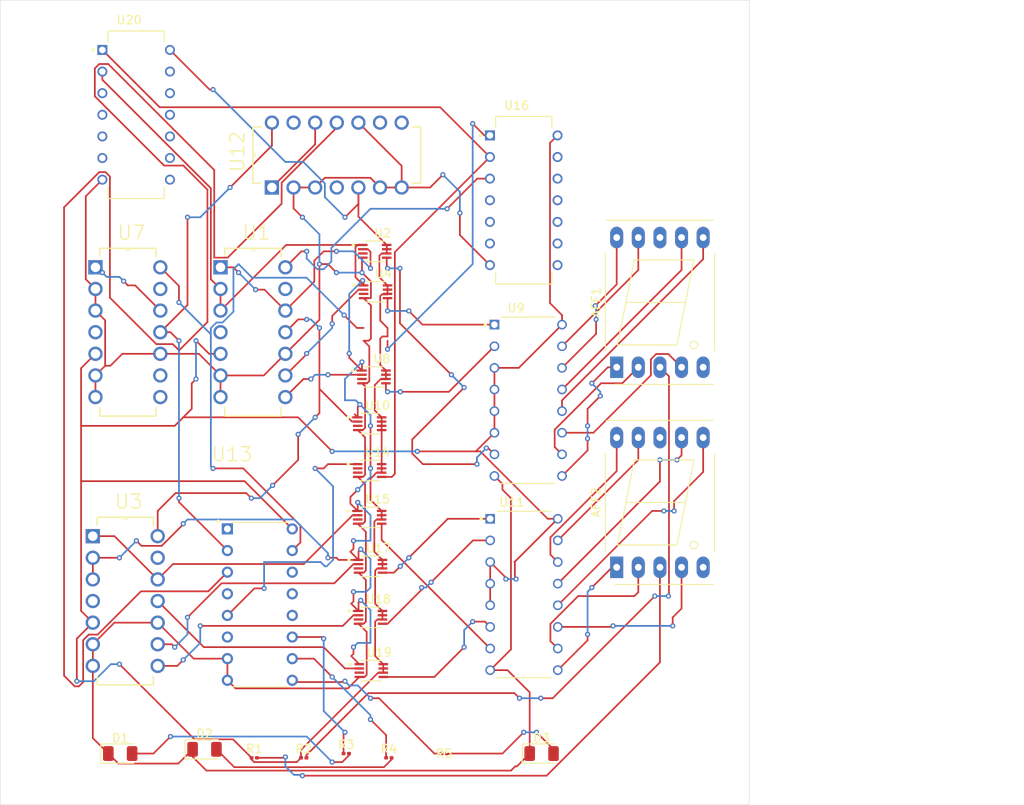
<source format=kicad_pcb>
(kicad_pcb (version 20240108) (generator "pcbnew") (generator_version "8.0")
  (layers (0 "F.Cu" signal) (31 "B.Cu" signal) (34 "B.Paste" user) (35 "F.Paste" user) (36 "B.SilkS" user "B.Silkscreen") (37 "F.SilkS" user "F.Silkscreen") (38 "B.Mask" user) (39 "F.Mask" user) (44 "Edge.Cuts" user))
  (net 0 "")
  (net 2 "Net-(AFF1-f)")
  (net 3 "Net-(AFF1-b)")
  (net 5 "Net-(AFF1-g)")
  (net 6 "Net-(AFF1-c)")
  (net 7 "Net-(AFF1-a)")
  (net 8 "Net-(AFF1-d)")
  (net 9 "Net-(AFF1-e)")
  (net 10 "Net-(AFF1-C.K.-Pad3)")
  (net 11 "Net-(AFF2-f)")
  (net 12 "Net-(AFF2-a)")
  (net 13 "Net-(AFF2-d)")
  (net 14 "Net-(AFF2-c)")
  (net 15 "Net-(AFF2-e)")
  (net 16 "Net-(AFF2-b)")
  (net 17 "Net-(AFF2-g)")
  (net 18 "Net-(AFF2-C.K.-Pad3)")
  (net 21 "Net-(D1-A)")
  (net 22 "GND")
  (net 23 "Net-(D2-A)")
  (net 24 "Net-(D3-A)")
  (net 25 "VCC")
  (net 26 "Net-(U13-S0)")
  (net 27 "Net-(U13-S1)")
  (net 28 "Net-(U13-S2)")
  (net 29 "Net-(U1-R0(1))")
  (net 30 "Net-(U1-Q1)")
  (net 31 "Net-(U1-Q2)")
  (net 32 "Net-(U1-Q0)")
  (net 33 "Net-(U1-~{CKA})")
  (net 34 "Net-(U1-Q3)")
  (net 36 "Net-(U2-Q)")
  (net 37 "Net-(U19-D)")
  (net 38 "Net-(U15-D)")
  (net 39 "Net-(U17-D)")
  (net 40 "Net-(U18-D)")
  (net 41 "Net-(U4-Q)")
  (net 45 "Net-(U7-Q0)")
  (net 46 "Net-(U12-~{CKA})")
  (net 47 "AC")
  (net 49 "Net-(U8-Q)")
  (net 51 "Net-(U11-C)")
  (net 52 "Net-(U11-D)")
  (net 53 "Net-(U11-A)")
  (net 54 "Net-(U11-B)")
  (net 56 "Net-(U12-Q0)")
  (net 57 "Net-(U12-Q3)")
  (net 64 "Net-(U13-Q)")
  (net 66 "Net-(U14-D)")
  (net 67 "Net-(U14-Q)")
  (footprint "SN74LS90N:DIP254P762X508-14" (layer "F.Cu") (at 208.5 191.7)
    (property "Reference" "U3")
    (property "Value" "7490")
  )
  (footprint "Resistor_SMD:R_0201_0603Metric" (layer "F.Cu") (at 230.655 202)
    (property "Reference" "R3")
    (property "Value" "R")
  )
  (footprint "Display_7Segment:7SegmentLED_LTS6760_LTS6780" (layer "F.Cu") (at 262.42 180.12 90)
    (property "Reference" "AFF2")
    (property "Value" "LTS-6980HR")
  )
  (footprint "SN74AUC1G74DCURE4:SOP50P310X90-8N" (layer "F.Cu") (at 233.905 157.75)
    (property "Reference" "U8")
    (property "Value" "74AUC1G74")
  )
  (footprint "Display_7Segment:7SegmentLED_LTS6760_LTS6780" (layer "F.Cu") (at 262.42 156.62 90)
    (property "Reference" "AFF1")
    (property "Value" "LTS-6980HR")
  )
  (footprint "SN7404N:DIP794W45P254L1969H508Q14" (layer "F.Cu") (at 205.97 126.96)
    (property "Reference" "U20")
    (property "Value" "7404")
  )
  (footprint "IC 7447:DIP794W45P254L1969H508Q16" (layer "F.Cu") (at 251.53 183.31)
    (property "Reference" "U11")
    (property "Value" "7447")
  )
  (footprint "Resistor_SMD:R_0201_0603Metric" (layer "F.Cu") (at 219.845 202.5)
    (property "Reference" "R1")
    (property "Value" "R")
  )
  (footprint "SN74151AN:DIP762W46P254L1930H508Q16" (layer "F.Cu") (at 220.5 184.5)
    (property "Reference" "U13")
    (property "Value" "74151")
  )
  (footprint "SN74LS90N:DIP254P762X508-14" (layer "F.Cu") (at 237.16 127.88 90)
    (property "Reference" "U12")
    (property "Value" "7490")
  )
  (footprint "LED_SMD:LED_1206_3216Metric" (layer "F.Cu") (at 253.6 202)
    (property "Reference" "D3")
    (property "Value" "IR26-21C_L110_TR8")
  )
  (footprint "LED_SMD:LED_1206_3216Metric" (layer "F.Cu") (at 214 201.5)
    (property "Reference" "D2")
    (property "Value" "IR26-21C_L110_TR8")
  )
  (footprint "SN74AUC1G74DCURE4:SOP50P310X90-8N" (layer "F.Cu") (at 234.095 147.75)
    (property "Reference" "U4")
    (property "Value" "74AUC1G74")
  )
  (footprint "SN74AUC1G74DCURE4:SOP50P310X90-8N" (layer "F.Cu") (at 234 143)
    (property "Reference" "U2")
    (property "Value" "74AUC1G74")
  )
  (footprint "SN74AUC1G74DCURE4:SOP50P310X90-8N" (layer "F.Cu") (at 233.5 186)
    (property "Reference" "U18")
    (property "Value" "74AUC1G74")
  )
  (footprint "Resistor_SMD:R_0201_0603Metric" (layer "F.Cu") (at 235.655 202.5)
    (property "Reference" "R4")
    (property "Value" "R")
  )
  (footprint "SN74LS08N:DIP794W45P254L1969H508Q14" (layer "F.Cu") (at 251.5 137)
    (property "Reference" "U16")
    (property "Value" "7408")
  )
  (footprint "SN74AUC1G74DCURE4:SOP50P310X90-8N" (layer "F.Cu") (at 233.405 168.75)
    (property "Reference" "U14")
    (property "Value" "74AUC1G74")
  )
  (footprint "Resistor_SMD:R_0201_0603Metric" (layer "F.Cu") (at 242.155 202)
    (property "Reference" "R5")
    (property "Value" "R")
  )
  (footprint "SN74AUC1G74DCURE4:SOP50P310X90-8N" (layer "F.Cu") (at 233.5 180)
    (property "Reference" "U17")
    (property "Value" "74AUC1G74")
  )
  (footprint "SN74AUC1G74DCURE4:SOP50P310X90-8N" (layer "F.Cu") (at 233.595 192.25)
    (property "Reference" "U19")
    (property "Value" "74AUC1G74")
  )
  (footprint "SN74AUC1G74DCURE4:SOP50P310X90-8N" (layer "F.Cu") (at 233.405 163.25)
    (property "Reference" "U10")
    (property "Value" "74AUC1G74")
  )
  (footprint "LED_SMD:LED_1206_3216Metric" (layer "F.Cu") (at 204.1 202)
    (property "Reference" "D1")
    (property "Value" "IR26-21C_L110_TR8")
  )
  (footprint "SN74AUC1G74DCURE4:SOP50P310X90-8N" (layer "F.Cu") (at 233.405 174.25)
    (property "Reference" "U15")
    (property "Value" "74AUC1G74")
  )
  (footprint "Resistor_SMD:R_0201_0603Metric" (layer "F.Cu") (at 225.655 202.5)
    (property "Reference" "R2")
    (property "Value" "R")
  )
  (footprint "SN74LS90N:DIP254P762X508-14" (layer "F.Cu") (at 208.81 160.12)
    (property "Reference" "U7")
    (property "Value" "7490")
  )
  (footprint "SN74LS90N:DIP254P762X508-14" (layer "F.Cu") (at 223.5 160.12)
    (property "Reference" "U1")
    (property "Value" "7490")
  )
  (footprint "IC 7447:DIP794W45P254L1969H508Q16" (layer "F.Cu") (at 252.03 160.5)
    (property "Reference" "U9")
    (property "Value" "7447")
  )
  (gr_line (start 190 113.5) (end 278 113.5) (stroke (width 0.05)) (layer "Edge.Cuts"))
  (gr_line (start 190 208) (end 190 113.5) (stroke (width 0.05)) (layer "Edge.Cuts"))
  (gr_line (start 278 208) (end 190 208) (stroke (width 0.05)) (layer "Edge.Cuts"))
  (gr_line (start 278 113.5) (end 278 208) (stroke (width 0.05)) (layer "Edge.Cuts"))
  (segment (start 256 154.15) (end 264.96 145.19) (width 0.2) (layer "F.Cu") (net 2))
  (segment (start 264.96 145.19) (end 264.96 141.38) (width 0.2) (layer "F.Cu") (net 2))
  (segment (start 272.58 143.92) (end 272.58 141.38) (width 0.2) (layer "F.Cu") (net 3))
  (segment (start 256 161.77) (end 256 160.5) (width 0.2) (layer "F.Cu") (net 3))
  (segment (start 256 160.5) (end 272.58 143.92) (width 0.2) (layer "F.Cu") (net 3))
  (segment (start 262.42 146.88147) (end 262.42 141.38) (width 0.2) (layer "F.Cu") (net 5))
  (segment (start 260 152.69) (end 260 151) (width 0.2) (layer "F.Cu") (net 5))
  (segment (start 259.900735 149.400735) (end 262.42 146.88147) (width 0.2) (layer "F.Cu") (net 5))
  (segment (start 256 156.69) (end 260 152.69) (width 0.2) (layer "F.Cu") (net 5))
  (via (at 259.900735 149.400735) (size 0.6) (drill 0.3) (layers "F.Cu" "B.Cu") (net 5))
  (via (at 260 151) (size 0.6) (drill 0.3) (layers "F.Cu" "B.Cu") (net 5))
  (segment (start 260 149.5) (end 259.900735 149.400735) (width 0.2) (layer "B.Cu") (net 5))
  (segment (start 260 151) (end 260 149.5) (width 0.2) (layer "B.Cu") (net 5))
  (segment (start 256 164.31) (end 259.687895 164.31) (width 0.2) (layer "F.Cu") (net 6))
  (segment (start 266.438 157.559895) (end 266.438 155.680105) (width 0.2) (layer "F.Cu") (net 6))
  (segment (start 259.687895 164.31) (end 266.438 157.559895) (width 0.2) (layer "F.Cu") (net 6))
  (segment (start 268.478 155.058) (end 270.04 156.62) (width 0.2) (layer "F.Cu") (net 6))
  (segment (start 267.060105 155.058) (end 268.478 155.058) (width 0.2) (layer "F.Cu") (net 6))
  (segment (start 266.438 155.680105) (end 267.060105 155.058) (width 0.2) (layer "F.Cu") (net 6))
  (segment (start 256 159.23) (end 270.04 145.19) (width 0.2) (layer "F.Cu") (net 7))
  (segment (start 270.04 145.19) (end 270.04 141.38) (width 0.2) (layer "F.Cu") (net 7))
  (segment (start 256 166.85) (end 255.135 165.985) (width 0.2) (layer "F.Cu") (net 8))
  (segment (start 255.135 163.951705) (end 260.586705 158.5) (width 0.2) (layer "F.Cu") (net 8))
  (segment (start 263.08 158.5) (end 264.96 156.62) (width 0.2) (layer "F.Cu") (net 8))
  (segment (start 260.586705 158.5) (end 263.08 158.5) (width 0.2) (layer "F.Cu") (net 8))
  (segment (start 255.135 165.985) (end 255.135 163.951705) (width 0.2) (layer "F.Cu") (net 8))
  (segment (start 259 166.39) (end 259 165) (width 0.2) (layer "F.Cu") (net 9))
  (segment (start 259 163.5) (end 259 161.5) (width 0.2) (layer "F.Cu") (net 9))
  (segment (start 261.38 156.62) (end 262.42 156.62) (width 0.2) (layer "F.Cu") (net 9))
  (segment (start 259 161.5) (end 260.5 160) (width 0.2) (layer "F.Cu") (net 9))
  (segment (start 256 169.39) (end 259 166.39) (width 0.2) (layer "F.Cu") (net 9))
  (segment (start 259.5 158.5) (end 261.38 156.62) (width 0.2) (layer "F.Cu") (net 9))
  (via (at 259 163.5) (size 0.6) (drill 0.3) (layers "F.Cu" "B.Cu") (net 9))
  (via (at 260.5 160) (size 0.6) (drill 0.3) (layers "F.Cu" "B.Cu") (net 9))
  (via (at 259.5 158.5) (size 0.6) (drill 0.3) (layers "F.Cu" "B.Cu") (net 9))
  (via (at 259 165) (size 0.6) (drill 0.3) (layers "F.Cu" "B.Cu") (net 9))
  (segment (start 260.5 160) (end 260.5 159.5) (width 0.2) (layer "B.Cu") (net 9))
  (segment (start 260.5 159.5) (end 259.5 158.5) (width 0.2) (layer "B.Cu") (net 9))
  (segment (start 259 165) (end 259 163.5) (width 0.2) (layer "B.Cu") (net 9))
  (segment (start 268.562 183.438) (end 268.562 157.682) (width 0.2) (layer "F.Cu") (net 10))
  (segment (start 268.5 183.5) (end 268.562 183.438) (width 0.2) (layer "F.Cu") (net 10))
  (segment (start 233.251471 194.9) (end 250.4 194.9) (width 0.2) (layer "F.Cu") (net 10))
  (segment (start 253.5 195.5) (end 254.9 195.5) (width 0.2) (layer "F.Cu") (net 10))
  (segment (start 254.9 195.5) (end 266.9 183.5) (width 0.2) (layer "F.Cu") (net 10))
  (segment (start 250.4 194.9) (end 251 195.5) (width 0.2) (layer "F.Cu") (net 10))
  (segment (start 268.562 157.682) (end 267.5 156.62) (width 0.2) (layer "F.Cu") (net 10))
  (segment (start 225.975 202.176471) (end 233.251471 194.9) (width 0.2) (layer "F.Cu") (net 10))
  (segment (start 225.975 202.5) (end 225.975 202.176471) (width 0.2) (layer "F.Cu") (net 10))
  (via (at 251 195.5) (size 0.6) (drill 0.3) (layers "F.Cu" "B.Cu") (net 10))
  (via (at 268.5 183.5) (size 0.6) (drill 0.3) (layers "F.Cu" "B.Cu") (net 10))
  (via (at 253.5 195.5) (size 0.6) (drill 0.3) (layers "F.Cu" "B.Cu") (net 10))
  (via (at 266.9 183.5) (size 0.6) (drill 0.3) (layers "F.Cu" "B.Cu") (net 10))
  (segment (start 266.9 183.5) (end 268.5 183.5) (width 0.2) (layer "B.Cu") (net 10))
  (segment (start 251 195.5) (end 253.5 195.5) (width 0.2) (layer "B.Cu") (net 10))
  (segment (start 255.5 176.96) (end 264.96 167.5) (width 0.2) (layer "F.Cu") (net 11))
  (segment (start 264.96 167.5) (end 264.96 164.88) (width 0.2) (layer "F.Cu") (net 11))
  (segment (start 255.5 182.04) (end 267.5 170.04) (width 0.2) (layer "F.Cu") (net 12))
  (segment (start 269.5 167.5) (end 270.04 166.96) (width 0.2) (layer "F.Cu") (net 12))
  (segment (start 267.5 170.04) (end 267.5 167.5) (width 0.2) (layer "F.Cu") (net 12))
  (segment (start 270.04 166.96) (end 270.04 164.88) (width 0.2) (layer "F.Cu") (net 12))
  (via (at 269.5 167.5) (size 0.6) (drill 0.3) (layers "F.Cu" "B.Cu") (net 12))
  (via (at 267.5 167.5) (size 0.6) (drill 0.3) (layers "F.Cu" "B.Cu") (net 12))
  (segment (start 267.5 167.5) (end 269.5 167.5) (width 0.2) (layer "B.Cu") (net 12))
  (segment (start 264.96 183.04) (end 264.96 180.12) (width 0.2) (layer "F.Cu") (net 13))
  (segment (start 254.635 186.761705) (end 257.896705 183.5) (width 0.2) (layer "F.Cu") (net 13))
  (segment (start 255.5 189.66) (end 254.635 188.795) (width 0.2) (layer "F.Cu") (net 13))
  (segment (start 257.896705 183.5) (end 264.5 183.5) (width 0.2) (layer "F.Cu") (net 13))
  (segment (start 264.5 183.5) (end 264.96 183.04) (width 0.2) (layer "F.Cu") (net 13))
  (segment (start 254.635 188.795) (end 254.635 186.761705) (width 0.2) (layer "F.Cu") (net 13))
  (segment (start 255.5 187.12) (end 261.88 187.12) (width 0.2) (layer "F.Cu") (net 14))
  (segment (start 270.04 184.96) (end 270.04 180.12) (width 0.2) (layer "F.Cu") (net 14))
  (segment (start 269 186) (end 270.04 184.96) (width 0.2) (layer "F.Cu") (net 14))
  (segment (start 261.88 187.12) (end 262 187) (width 0.2) (layer "F.Cu") (net 14))
  (segment (start 269 187) (end 269 186) (width 0.2) (layer "F.Cu") (net 14))
  (via (at 269 187) (size 0.6) (drill 0.3) (layers "F.Cu" "B.Cu") (net 14))
  (via (at 262 187) (size 0.6) (drill 0.3) (layers "F.Cu" "B.Cu") (net 14))
  (segment (start 262 187) (end 269 187) (width 0.2) (layer "B.Cu") (net 14))
  (segment (start 261.88 180.12) (end 262.42 180.12) (width 0.2) (layer "F.Cu") (net 15))
  (segment (start 259 188.7) (end 259 188) (width 0.2) (layer "F.Cu") (net 15))
  (segment (start 255.5 192.2) (end 259 188.7) (width 0.2) (layer "F.Cu") (net 15))
  (segment (start 259.5 182.5) (end 261.88 180.12) (width 0.2) (layer "F.Cu") (net 15))
  (via (at 259.5 182.5) (size 0.6) (drill 0.3) (layers "F.Cu" "B.Cu") (net 15))
  (via (at 259 188) (size 0.6) (drill 0.3) (layers "F.Cu" "B.Cu") (net 15))
  (segment (start 259 188) (end 259 183) (width 0.2) (layer "B.Cu") (net 15))
  (segment (start 259 183) (end 259.5 182.5) (width 0.2) (layer "B.Cu") (net 15))
  (segment (start 272.58 168.92) (end 272.58 164.88) (width 0.2) (layer "F.Cu") (net 16))
  (segment (start 269.162 172.338) (end 272.58 168.92) (width 0.2) (layer "F.Cu") (net 16))
  (segment (start 255.5 184.58) (end 266.58 173.5) (width 0.2) (layer "F.Cu") (net 16))
  (segment (start 266.58 173.5) (end 267.962 173.5) (width 0.2) (layer "F.Cu") (net 16))
  (segment (start 269.162 173.5) (end 269.162 172.338) (width 0.2) (layer "F.Cu") (net 16))
  (via (at 267.962 173.5) (size 0.6) (drill 0.3) (layers "F.Cu" "B.Cu") (net 16))
  (via (at 269.162 173.5) (size 0.6) (drill 0.3) (layers "F.Cu" "B.Cu") (net 16))
  (segment (start 267.962 173.5) (end 269.162 173.5) (width 0.2) (layer "B.Cu") (net 16))
  (segment (start 254.635 176.601705) (end 262.42 168.816705) (width 0.2) (layer "F.Cu") (net 17))
  (segment (start 254.635 178.635) (end 254.635 176.601705) (width 0.2) (layer "F.Cu") (net 17))
  (segment (start 262.42 168.816705) (end 262.42 164.88) (width 0.2) (layer "F.Cu") (net 17))
  (segment (start 255.5 179.5) (end 254.635 178.635) (width 0.2) (layer "F.Cu") (net 17))
  (segment (start 267.5 191.284744) (end 267.5 180.12) (width 0.2) (layer "F.Cu") (net 18))
  (segment (start 220.165 202.5) (end 223.4 202.5) (width 0.2) (layer "F.Cu") (net 18))
  (segment (start 225.5 204.6) (end 254.184744 204.6) (width 0.2) (layer "F.Cu") (net 18))
  (segment (start 254.184744 204.6) (end 267.5 191.284744) (width 0.2) (layer "F.Cu") (net 18))
  (segment (start 223.4 202.5) (end 223.5 202.4) (width 0.2) (layer "F.Cu") (net 18))
  (via (at 223.5 202.4) (size 0.6) (drill 0.3) (layers "F.Cu" "B.Cu") (net 18))
  (via (at 225.5 204.6) (size 0.6) (drill 0.3) (layers "F.Cu" "B.Cu") (net 18))
  (segment (start 223.5 202.4) (end 223.5 203.5) (width 0.2) (layer "B.Cu") (net 18))
  (segment (start 223.5 203.5) (end 224.5 204.5) (width 0.2) (layer "B.Cu") (net 18))
  (segment (start 225.4 204.5) (end 225.5 204.6) (width 0.2) (layer "B.Cu") (net 18))
  (segment (start 224.5 204.5) (end 225.4 204.5) (width 0.2) (layer "B.Cu") (net 18))
  (segment (start 208 202) (end 210 200) (width 0.2) (layer "F.Cu") (net 21))
  (segment (start 229 203) (end 230.174999 203) (width 0.2) (layer "F.Cu") (net 21))
  (segment (start 205.5 202) (end 208 202) (width 0.2) (layer "F.Cu") (net 21))
  (segment (start 230.174999 203) (end 230.975 202.199999) (width 0.2) (layer "F.Cu") (net 21))
  (segment (start 230.975 202.199999) (end 230.975 202) (width 0.2) (layer "F.Cu") (net 21))
  (via (at 229 203) (size 0.6) (drill 0.3) (layers "F.Cu" "B.Cu") (net 21))
  (via (at 210 200) (size 0.6) (drill 0.3) (layers "F.Cu" "B.Cu") (net 21))
  (segment (start 226 200) (end 229 203) (width 0.2) (layer "B.Cu") (net 21))
  (segment (start 210 200) (end 226 200) (width 0.2) (layer "B.Cu") (net 21))
  (segment (start 232.5 158.5) (end 232.86 158.86) (width 0.2) (layer "F.Cu") (net 22))
  (segment (start 232.19 193) (end 230.846 194.344) (width 0.2) (layer "F.Cu") (net 22))
  (segment (start 217.644 194.344) (end 216.69 193.39) (width 0.2) (layer "F.Cu") (net 22))
  (segment (start 232.86 169.240428) (end 232.600428 169.5) (width 0.2) (layer "F.Cu") (net 22))
  (segment (start 214.225 204) (end 250 204) (width 0.2) (layer "F.Cu") (net 22))
  (segment (start 233.55 148.45) (end 233.5 148.5) (width 0.2) (layer "F.Cu") (net 22))
  (segment (start 232.600428 175) (end 232 175) (width 0.2) (layer "F.Cu") (net 22))
  (segment (start 232.955 186.490428) (end 232.695428 186.75) (width 0.2) (layer "F.Cu") (net 22))
  (segment (start 227.5 151.04) (end 227.5 144.5) (width 0.2) (layer "F.Cu") (net 22))
  (segment (start 232.095 180.75) (end 232.955 181.61) (width 0.2) (layer "F.Cu") (net 22))
  (segment (start 232.69 148.5) (end 233.55 149.36) (width 0.2) (layer "F.Cu") (net 22))
  (segment (start 232.790428 193) (end 232.19 193) (width 0.2) (layer "F.Cu") (net 22))
  (segment (start 232.5 143.845) (end 232.595 143.75) (width 0.2) (layer "F.Cu") (net 22))
  (segment (start 210.925 203.175) (end 212.6 201.5) (width 0.2) (layer "F.Cu") (net 22))
  (segment (start 208.81 155.04) (end 213.34 155.04) (width 0.2) (layer "F.Cu") (net 22))
  (segment (start 216.69 190.85) (end 212.73 190.85) (width 0.2) (layer "F.Cu") (net 22))
  (segment (start 244 141.09) (end 247.53 144.62) (width 0.2) (layer "F.Cu") (net 22))
  (segment (start 233.4818 134.3618) (end 234.62 135.5) (width 0.2) (layer "F.Cu") (net 22))
  (segment (start 232.695428 180.75) (end 232.095 180.75) (width 0.2) (layer "F.Cu") (net 22))
  (segment (start 233.55 153.240428) (end 233.290428 153.5) (width 0.2) (layer "F.Cu") (net 22))
  (segment (start 200.0518 146.2818) (end 201.19 147.42) (width 0.2) (layer "F.Cu") (net 22))
  (segment (start 202.3282 151.0982) (end 202.3282 156.4418) (width 0.2) (layer "F.Cu") (net 22))
  (segment (start 233.5 148.5) (end 232.69 148.5) (width 0.2) (layer "F.Cu") (net 22))
  (segment (start 232.5 145.5) (end 233.55 146.55) (width 0.2) (layer "F.Cu") (net 22))
  (segment (start 232.095 186.75) (end 233.05 187.705) (width 0.2) (layer "F.Cu") (net 22))
  (segment (start 252.2 194.806705) (end 249.593295 192.2) (width 0.2) (layer "F.Cu") (net 22))
  (segment (start 224.46 137.96) (end 224.46 135.5) (width 0.2) (layer "F.Cu") (net 22))
  (segment (start 201.19 149.96) (end 202.3282 151.0982) (width 0.2) (layer "F.Cu") (net 22))
  (segment (start 232 164) (end 232.86 164.86) (width 0.2) (layer "F.Cu") (net 22))
  (segment (start 200.88 200.18) (end 202.7 202) (width 0.2) (layer "F.Cu") (net 22))
  (segment (start 225.5 139) (end 224.46 137.96) (width 0.2) (layer "F.Cu") (net 22))
  (segment (start 227 135.5) (end 228.1382 134.3618) (width 0.2) (layer "F.Cu") (net 22))
  (segment (start 200.88 191.7) (end 200.88 200.18) (width 0.2) (layer "F.Cu") (net 22))
  (segment (start 232 169.5) (end 232.86 170.36) (width 0.2) (layer "F.Cu") (net 22))
  (segment (start 237.16 135.5) (end 240.5 135.5) (width 0.2) (layer "F.Cu") (net 22))
  (segment (start 249 170.33) (end 248.06 169.39) (width 0.2) (layer "F.Cu") (net 22))
  (segment (start 232.955 175.955) (end 232.955 180.490428) (width 0.2) (layer "F.Cu") (net 22))
  (segment (start 233.05 192.740428) (end 232.790428 193) (width 0.2) (layer "F.Cu") (net 22))
  (segment (start 216.69 193.39) (end 216.69 190.85) (width 0.2) (layer "F.Cu") (net 22))
  (segment (start 232.955 181.61) (end 232.955 186.490428) (width 0.2) (layer "F.Cu") (net 22))
  (segment (start 202.3282 156.4418) (end 202.9418 156.4418) (width 0.2) (layer "F.Cu") (net 22))
  (segment (start 232 175) (end 232.955 175.955) (width 0.2) (layer "F.Cu") (net 22))
  (segment (start 237.16 135.5) (end 237.16 132.96) (width 0.2) (layer "F.Cu") (net 22))
  (segment (start 232.955 180.490428) (end 232.695428 180.75) (width 0.2) (layer "F.Cu") (net 22))
  (segment (start 208.5 186.62) (end 203.42 186.62) (width 0.2) (layer "F.Cu") (net 22))
  (segment (start 247.56 192.2) (end 250 189.76) (width 0.2) (layer "F.Cu") (net 22))
  (segment (start 227.5 144.5) (end 228.5 144.5) (width 0.2) (layer "F.Cu") (net 22))
  (segment (start 232.69 153.5) (end 233.36 154.17) (width 0.2) (layer "F.Cu") (net 22))
  (segment (start 244 138.5) (end 244 141.09) (width 0.2) (layer "F.Cu") (net 22))
  (segment (start 232.695428 186.75) (end 232.095 186.75) (width 0.2) (layer "F.Cu") (net 22))
  (segment (start 233.05 187.705) (end 233.05 192.740428) (width 0.2) (layer "F.Cu") (net 22))
  (segment (start 223.5 155.04) (end 227.5 151.04) (width 0.2) (layer "F.Cu") (net 22))
  (segment (start 249.593295 192.2) (end 247.56 192.2) (width 0.2) (layer "F.Cu") (net 22))
  (segment (start 203.875 203.175) (end 210.925 203.175) (width 0.2) (layer "F.Cu") (net 22))
  (segment (start 250.5 203.5) (end 250.7 203.5) (width 0.2) (layer "F.Cu") (net 22))
  (segment (start 232.86 158.86) (end 232.86 163.740428) (width 0.2) (layer "F.Cu") (net 22))
  (segment (start 232.86 174.740428) (end 232.600428 175) (width 0.2) (layer "F.Cu") (net 22))
  (segment (start 202.9418 156.4418) (end 204.3436 155.04) (width 0.2) (layer "F.Cu") (net 22))
  (segment (start 224.46 135.5) (end 227 135.5) (width 0.2) (layer "F.Cu") (net 22))
  (segment (start 212.73 190.85) (end 208.5 186.62) (width 0.2) (layer "F.Cu") (net 22))
  (segment (start 234.62 135.5) (end 237.16 135.5) (width 0.2) (layer "F.Cu") (net 22))
  (segment (start 213.34 155.04) (end 215.88 157.58) (width 0.2) (layer "F.Cu") (net 22))
  (segment (start 220.96 157.58) (end 223.5 155.04) (width 0.2) (layer "F.Cu") (net 22))
  (segment (start 215.88 157.58) (end 215.88 160.12) (width 0.2) (layer "F.Cu") (net 22))
  (segment (start 200.0518 136.5282) (end 200.0518 146.2818) (width 0.2) (layer "F.Cu") (net 22))
  (segment (start 250 189.76) (end 250 172) (width 0.2) (layer "F.Cu") (net 22))
  (segment (start 240.5 135.5) (end 242 134) (width 0.2) (layer "F.Cu") (net 22))
  (segment (start 252.2 202) (end 252.2 194.806705) (width 0.2) (layer "F.Cu") (net 22))
  (segment (start 201.19 147.42) (end 201.19 149.96) (width 0.2) (layer "F.Cu") (net 22))
  (segment (start 237.16 132.96) (end 232.08 127.88) (width 0.2) (layer "F.Cu") (net 22))
  (segment (start 232.86 163.740428) (end 232.600428 164) (width 0.2) (layer "F.Cu") (net 22))
  (segment (start 250 204) (end 250.5 203.5) (width 0.2) (layer "F.Cu") (net 22))
  (segment (start 233.290428 153.5) (end 232.69 153.5) (width 0.2) (layer "F.Cu") (net 22))
  (segment (start 228.5 144.5) (end 229.5 145.5) (width 0.2) (layer "F.Cu") (net 22))
  (segment (start 233.55 149.36) (end 233.55 153.240428) (width 0.2) (layer "F.Cu") (net 22))
  (segment (start 233.36 158.240428) (end 233.100428 158.5) (width 0.2) (layer "F.Cu") (net 22))
  (segment (start 228.1382 134.3618) (end 233.4818 134.3618) (width 0.2) (layer "F.Cu") (net 22))
  (segment (start 233.55 146.55) (end 233.55 148.45) (width 0.2) (layer "F.Cu") (net 22))
  (segment (start 232.5 145.5) (end 232.5 143.845) (width 0.2) (layer "F.Cu") (net 22))
  (segment (start 233.36 154.17) (end 233.36 158.240428) (width 0.2) (layer "F.Cu") (net 22))
  (segment (start 250.7 203.5) (end 252.2 202) (width 0.2) (layer "F.Cu") (net 22))
  (segment (start 232.86 164.86) (end 232.86 169.240428) (width 0.2) (layer "F.Cu") (net 22))
  (segment (start 202 134.58) (end 200.0518 136.5282) (width 0.2) (layer "F.Cu") (net 22))
  (segment (start 215.88 157.58) (end 220.96 157.58) (width 0.2) (layer "F.Cu") (net 22))
  (segment (start 200.88 189.16) (end 200.88 191.7) (width 0.2) (layer "F.Cu") (net 22))
  (segment (start 232.600428 164) (end 232 164) (width 0.2) (layer "F.Cu") (net 22))
  (segment (start 230.846 194.344) (end 217.644 194.344) (width 0.2) (layer "F.Cu") (net 22))
  (segment (start 212.6 202.375) (end 214.225 204) (width 0.2) (layer "F.Cu") (net 22))
  (segment (start 232.86 170.36) (end 232.86 174.740428) (width 0.2) (layer "F.Cu") (net 22))
  (segment (start 212.6 201.5) (end 212.6 202.375) (width 0.2) (layer "F.Cu") (net 22))
  (segment (start 204.3436 155.04) (end 208.81 155.04) (width 0.2) (layer "F.Cu") (net 22))
  (segment (start 202.3282 156.4418) (end 201.19 157.58) (width 0.2) (layer "F.Cu") (net 22))
  (segment (start 233.100428 158.5) (end 232.5 158.5) (width 0.2) (layer "F.Cu") (net 22))
  (segment (start 232.600428 169.5) (end 232 169.5) (width 0.2) (layer "F.Cu") (net 22))
  (segment (start 202.7 202) (end 203.875 203.175) (width 0.2) (layer "F.Cu") (net 22))
  (segment (start 249 171) (end 249 170.33) (width 0.2) (layer "F.Cu") (net 22))
  (segment (start 203.42 186.62) (end 200.88 189.16) (width 0.2) (layer "F.Cu") (net 22))
  (segment (start 250 172) (end 249 171) (width 0.2) (layer "F.Cu") (net 22))
  (segment (start 201.19 157.58) (end 201.19 160.12) (width 0.2) (layer "F.Cu") (net 22))
  (via (at 229.5 145.5) (size 0.6) (drill 0.3) (layers "F.Cu" "B.Cu") (net 22))
  (via (at 232.5 145.5) (size 0.6) (drill 0.3) (layers "F.Cu" "B.Cu") (net 22))
  (via (at 225.5 139) (size 0.6) (drill 0.3) (layers "F.Cu" "B.Cu") (net 22))
  (via (at 227.5 144.5) (size 0.6) (drill 0.3) (layers "F.Cu" "B.Cu") (net 22))
  (via (at 242 134) (size 0.6) (drill 0.3) (layers "F.Cu" "B.Cu") (net 22))
  (via (at 244 138.5) (size 0.6) (drill 0.3) (layers "F.Cu" "B.Cu") (net 22))
  (segment (start 244 136) (end 244 138.5) (width 0.2) (layer "B.Cu") (net 22))
  (segment (start 227.5 144.5) (end 227.5 141) (width 0.2) (layer "B.Cu") (net 22))
  (segment (start 242 134) (end 244 136) (width 0.2) (layer "B.Cu") (net 22))
  (segment (start 227.5 141) (end 225.5 139) (width 0.2) (layer "B.Cu") (net 22))
  (segment (start 229.5 145.5) (end 232.5 145.5) (width 0.2) (layer "B.Cu") (net 22))
  (segment (start 235.074999 203.6) (end 235.975 202.699999) (width 0.2) (layer "F.Cu") (net 23))
  (segment (start 215.4 201.5) (end 217.5 203.6) (width 0.2) (layer "F.Cu") (net 23))
  (segment (start 235.975 202.699999) (end 235.975 202.5) (width 0.2) (layer "F.Cu") (net 23))
  (segment (start 217.5 203.6) (end 235.074999 203.6) (width 0.2) (layer "F.Cu") (net 23))
  (segment (start 249 202) (end 251.5 199.5) (width 0.2) (layer "F.Cu") (net 24))
  (segment (start 255 201.5) (end 255 202) (width 0.2) (layer "F.Cu") (net 24))
  (segment (start 253 199.5) (end 255 201.5) (width 0.2) (layer "F.Cu") (net 24))
  (segment (start 242.475 202) (end 249 202) (width 0.2) (layer "F.Cu") (net 24))
  (via (at 251.5 199.5) (size 0.6) (drill 0.3) (layers "F.Cu" "B.Cu") (net 24))
  (via (at 253 199.5) (size 0.6) (drill 0.3) (layers "F.Cu" "B.Cu") (net 24))
  (segment (start 251.5 199.5) (end 253 199.5) (width 0.2) (layer "B.Cu") (net 24))
  (segment (start 232.08 138.925) (end 235.405 142.25) (width 0.2) (layer "F.Cu") (net 25))
  (segment (start 230.5 139) (end 232.08 137.42) (width 0.2) (layer "F.Cu") (net 25))
  (segment (start 234.804572 143.25) (end 234.545 143.509572) (width 0.2) (layer "F.Cu") (net 25))
  (segment (start 256 150.5) (end 254.585 149.085) (width 0.2) (layer "F.Cu") (net 25))
  (segment (start 210.5 163.5) (end 211.5 162.5) (width 0.2) (layer "F.Cu") (net 25))
  (segment (start 212.5 161.5) (end 212.5 158.5) (width 0.2) (layer "F.Cu") (net 25))
  (segment (start 234 158.709572) (end 234 161.69) (width 0.2) (layer "F.Cu") (net 25))
  (segment (start 234.81 174.5) (end 234.209572 174.5) (width 0.2) (layer "F.Cu") (net 25))
  (segment (start 234.545 143.509572) (end 234.545 146.045) (width 0.2) (layer "F.Cu") (net 25))
  (segment (start 234.81 168) (end 234.81 168.5) (width 0.2) (layer "F.Cu") (net 25))
  (segment (start 199 193.5) (end 199 188.5) (width 0.2) (layer "F.Cu") (net 25))
  (segment (start 248.06 159.23) (end 248.06 156.69) (width 0.2) (layer "F.Cu") (net 25))
  (segment (start 235 192.5) (end 234.399572 192.5) (width 0.2) (layer "F.Cu") (net 25))
  (segment (start 211.5 162.5) (end 225 162.5) (width 0.2) (layer "F.Cu") (net 25))
  (segment (start 235.31 158) (end 234.709572 158) (width 0.2) (layer "F.Cu") (net 25))
  (segment (start 234.905 179.5) (end 234.905 180.25) (width 0.2) (layer "F.Cu") (net 25))
  (segment (start 213 153.5) (end 214.54 155.04) (width 0.2) (layer "F.Cu") (net 25))
  (segment (start 234.709572 158) (end 234 158.709572) (width 0.2) (layer "F.Cu") (net 25))
  (segment (start 235.31 157.5) (end 235.31 158) (width 0.2) (layer "F.Cu") (net 25))
  (segment (start 217.35 200.325) (end 212.825 200.325) (width 0.2) (layer "F.Cu") (net 25))
  (segment (start 254.313295 174.42) (end 255.5 174.42) (width 0.2) (layer "F.Cu") (net 25))
  (segment (start 245.87 166.5) (end 246.393295 166.5) (width 0.2) (layer "F.Cu") (net 25))
  (segment (start 234.304572 186.25) (end 234.045 186.509572) (width 0.2) (layer "F.Cu") (net 25))
  (segment (start 235.31 157) (end 235.31 157.5) (width 0.2) (layer "F.Cu") (net 25))
  (segment (start 256 151.61) (end 256 150.5) (width 0.2) (layer "F.Cu") (net 25))
  (segment (start 235 191.5) (end 235 192) (width 0.2) (layer "F.Cu") (net 25))
  (segment (start 234.905 185.75) (end 234.905 186.25) (width 0.2) (layer "F.Cu") (net 25))
  (segment (start 232.08 135.5) (end 232.08 138.925) (width 0.2) (layer "F.Cu") (net 25))
  (segment (start 209.94 119.34) (end 214.6 124) (width 0.2) (layer "F.Cu") (net 25))
  (segment (start 212.5 158.5) (end 213 158) (width 0.2) (layer "F.Cu") (net 25))
  (segment (start 232.08 137.42) (end 232.08 135.5) (width 0.2) (layer "F.Cu") (net 25))
  (segment (start 235.5 152) (end 235.5 152.5) (width 0.2) (layer "F.Cu") (net 25))
  (segment (start 234.399572 192.5) (end 225.335 201.564572) (width 0.2) (layer "F.Cu") (net 25))
  (segment (start 234.834572 148.065) (end 234.64 148.259572) (width 0.2) (layer "F.Cu") (net 25))
  (segment (start 249.4 181.5) (end 249.4 181.34) (width 0.2) (layer "F.Cu") (net 25))
  (segment (start 234.81 164) (end 234.81 168) (width 0.2) (layer "F.Cu") (net 25))
  (segment (start 234.905 179.5) (end 234.905 179.75) (width 0.2) (layer "F.Cu") (net 25))
  (segment (start 234.64 151.14) (end 235.5 152) (width 0.2) (layer "F.Cu") (net 25))
  (segment (start 233.5 172.19) (end 234.81 173.5) (width 0.2) (layer "F.Cu") (net 25))
  (segment (start 234.209572 174.5) (end 233.95 174.759572) (width 0.2) (layer "F.Cu") (net 25))
  (segment (start 214.54 155.04) (end 215.88 155.04) (width 0.2) (layer "F.Cu") (net 25))
  (segment (start 250.46 179.46) (end 250.46 181.36) (width 0.2) (layer "F.Cu") (net 25))
  (segment (start 234.81 163.5) (end 234.81 164) (width 0.2) (layer "F.Cu") (net 25))
  (segment (start 234.045 186.509572) (end 234.045 190.545) (width 0.2) (layer "F.Cu") (net 25))
  (segment (start 211.5 162.5) (end 212.5 161.5) (width 0.2) (layer "F.Cu") (net 25))
  (segment (start 225 162.5) (end 229 166.5) (width 0.2) (layer "F.Cu") (net 25))
  (segment (start 199.5 170) (end 199.5 163.5) (width 0.2) (layer "F.Cu") (net 25))
  (segment (start 212.825 200.325) (end 204 191.5) (width 0.2) (layer "F.Cu") (net 25))
  (segment (start 235.5 148) (end 235.435 148.065) (width 0.2) (layer "F.Cu") (net 25))
  (segment (start 219.825001 203) (end 219.525 202.699999) (width 0.2) (layer "F.Cu") (net 25))
  (segment (start 234.304572 180.25) (end 234.045 180.509572) (width 0.2) (layer "F.Cu") (net 25))
  (segment (start 199.5 185.24) (end 199.5 170) (width 0.2) (layer "F.Cu") (net 25))
  (segment (start 225.335 201.564572) (end 225.335 202.5) (width 0.2) (layer "F.Cu") (net 25))
  (segment (start 234.899572 153) (end 234.64 153.259572) (width 0.2) (layer "F.Cu") (net 25))
  (segment (start 199.5 163.5) (end 199.5 156.73) (width 0.2) (layer "F.Cu") (net 25))
  (segment (start 234.905 186.25) (end 234.304572 186.25) (width 0.2) (layer "F.Cu") (net 25))
  (segment (start 250.92 156.69) (end 256 151.61) (width 0.2) (layer "F.Cu") (net 25))
  (segment (start 235.5 152.5) (end 235.5 153) (width 0.2) (layer "F.Cu") (net 25))
  (segment (start 234.64 148.259572) (end 234.64 151.14) (width 0.2) (layer "F.Cu") (net 25))
  (segment (start 235.405 143.25) (end 234.804572 143.25) (width 0.2) (layer "F.Cu") (net 25))
  (segment (start 234.64 156.33) (end 235.31 157) (width 0.2) (layer "F.Cu") (net 25))
  (segment (start 247.56 182.04) (end 247.56 184.58) (width 0.2) (layer "F.Cu") (net 25))
  (segment (start 248.06 161.77) (end 248.06 159.23) (width 0.2) (layer "F.Cu") (net 25))
  (segment (start 224.835 203) (end 219.825001 203) (width 0.2) (layer "F.Cu") (net 25))
  (segment (start 234.64 153.259572) (end 234.64 156.33) (width 0.2) (layer "F.Cu") (net 25))
  (segment (start 219.525 202.5) (end 217.35 200.325) (width 0.2) (layer "F.Cu") (net 25))
  (segment (start 233.5 169.709572) (end 233.5 172.19) (width 0.2) (layer "F.Cu") (net 25))
  (segment (start 235.5 147) (end 235.5 147.5) (width 0.2) (layer "F.Cu") (net 25))
  (segment (start 199.5 156.73) (end 201.19 155.04) (width 0.2) (layer "F.Cu") (net 25))
  (segment (start 234.209572 169) (end 233.5 169.709572) (width 0.2) (layer "F.Cu") (net 25))
  (segment (start 234.81 173.5) (end 234.81 174) (width 0.2) (layer "F.Cu") (net 25))
  (segment (start 219.525 202.699999) (end 219.525 202.5) (width 0.2) (layer "F.Cu") (net 25))
  (segment (start 200.88 186.62) (end 199.5 185.24) (width 0.2) (layer "F.Cu") (net 25))
  (segment (start 199.5 170) (end 218.7 170) (width 0.2) (layer "F.Cu") (net 25))
  (segment (start 235.5 153) (end 234.899572 153) (width 0.2) (layer "F.Cu") (net 25))
  (segment (start 249.4 181.34) (end 247.56 179.5) (width 0.2) (layer "F.Cu") (net 25))
  (segment (start 234.905 180.25) (end 234.304572 180.25) (width 0.2) (layer "F.Cu") (net 25))
  (segment (start 250.42 179.5) (end 250.4 179.5) (width 0.2) (layer "F.Cu") (net 25))
  (segment (start 225.335 202.5) (end 224.835 203) (width 0.2) (layer "F.Cu") (net 25))
  (segment (start 234.81 162.5) (end 234.81 163) (width 0.2) (layer "F.Cu") (net 25))
  (segment (start 248.06 164.31) (end 248.06 161.77) (width 0.2) (layer "F.Cu") (net 25))
  (segment (start 199.5 163.5) (end 210.5 163.5) (width 0.2) (layer "F.Cu") (net 25))
  (segment (start 234.81 169) (end 234.209572 169) (width 0.2) (layer "F.Cu") (net 25))
  (segment (start 233.95 174.759572) (end 233.95 178.295) (width 0.2) (layer "F.Cu") (net 25))
  (segment (start 235.5 147.5) (end 235.5 148) (width 0.2) (layer "F.Cu") (net 25))
  (segment (start 218.7 170) (end 224.31 175.61) (width 0.2) (layer "F.Cu") (net 25))
  (segment (start 214.6 124) (end 215 124) (width 0.2) (layer "F.Cu") (net 25))
  (segment (start 254.585 149.085) (end 254.585 130.265) (width 0.2) (layer "F.Cu") (net 25))
  (segment (start 233.95 178.295) (end 234.905 179.25) (width 0.2) (layer "F.Cu") (net 25))
  (segment (start 255.5 174.42) (end 250.46 179.46) (width 0.2) (layer "F.Cu") (net 25))
  (segment (start 234.045 190.545) (end 235 191.5) (width 0.2) (layer "F.Cu") (net 25))
  (segment (start 246.393295 166.5) (end 254.313295 174.42) (width 0.2) (layer "F.Cu") (net 25))
  (segment (start 234.905 185.25) (end 234.905 185.75) (width 0.2) (layer "F.Cu") (net 25))
  (segment (start 234.81 174) (end 234.81 174.5) (width 0.2) (layer "F.Cu") (net 25))
  (segment (start 234.045 184.39) (end 234.905 185.25) (width 0.2) (layer "F.Cu") (net 25))
  (segment (start 234.81 168.5) (end 234.81 169) (width 0.2) (layer "F.Cu") (net 25))
  (segment (start 234.81 163) (end 234.81 163.5) (width 0.2) (layer "F.Cu") (net 25))
  (segment (start 250.46 179.46) (end 250.42 179.5) (width 0.2) (layer "F.Cu") (net 25))
  (segment (start 235.435 148.065) (end 234.834572 148.065) (width 0.2) (layer "F.Cu") (net 25))
  (segment (start 235.405 142.25) (end 235.405 142.75) (width 0.2) (layer "F.Cu") (net 25))
  (segment (start 254.585 130.265) (end 255.47 129.38) (width 0.2) (layer "F.Cu") (net 25))
  (segment (start 234.045 180.509572) (end 234.045 184.39) (width 0.2) (layer "F.Cu") (net 25))
  (segment (start 234 161.69) (end 234.81 162.5) (width 0.2) (layer "F.Cu") (net 25))
  (segment (start 239 166.5) (end 245.87 166.5) (width 0.2) (layer "F.Cu") (net 25))
  (segment (start 250.46 181.36) (end 250.6 181.5) (width 0.2) (layer "F.Cu") (net 25))
  (segment (start 248.06 156.69) (end 250.92 156.69) (width 0.2) (layer "F.Cu") (net 25))
  (segment (start 234.905 179.25) (end 234.905 179.5) (width 0.2) (layer "F.Cu") (net 25))
  (segment (start 235 192) (end 235 192.5) (width 0.2) (layer "F.Cu") (net 25))
  (segment (start 235.405 142.75) (end 235.405 143.25) (width 0.2) (layer "F.Cu") (net 25))
  (segment (start 245.87 166.5) (end 248.06 164.31) (width 0.2) (layer "F.Cu") (net 25))
  (segment (start 199 188.5) (end 200.88 186.62) (width 0.2) (layer "F.Cu") (net 25))
  (segment (start 234.545 146.045) (end 235.5 147) (width 0.2) (layer "F.Cu") (net 25))
  (segment (start 247.56 179.5) (end 247.56 182.04) (width 0.2) (layer "F.Cu") (net 25))
  (via (at 215 124) (size 0.6) (drill 0.3) (layers "F.Cu" "B.Cu") (net 25))
  (via (at 229 166.5) (size 0.6) (drill 0.3) (layers "F.Cu" "B.Cu") (net 25))
  (via (at 230.5 139) (size 0.6) (drill 0.3) (layers "F.Cu" "B.Cu") (net 25))
  (via (at 249.4 181.5) (size 0.6) (drill 0.3) (layers "F.Cu" "B.Cu") (net 25))
  (via (at 239 166.5) (size 0.6) (drill 0.3) (layers "F.Cu" "B.Cu") (net 25))
  (via (at 213 153.5) (size 0.6) (drill 0.3) (layers "F.Cu" "B.Cu") (net 25))
  (via (at 250.6 181.5) (size 0.6) (drill 0.3) (layers "F.Cu" "B.Cu") (net 25))
  (via (at 213 158) (size 0.6) (drill 0.3) (layers "F.Cu" "B.Cu") (net 25))
  (via (at 199 193.5) (size 0.6) (drill 0.3) (layers "F.Cu" "B.Cu") (net 25))
  (via (at 204 191.5) (size 0.6) (drill 0.3) (layers "F.Cu" "B.Cu") (net 25))
  (segment (start 215 124) (end 223.5 132.5) (width 0.2) (layer "B.Cu") (net 25))
  (segment (start 213 158) (end 213 153.5) (width 0.2) (layer "B.Cu") (net 25))
  (segment (start 223.5 132.5) (end 225.609658 132.5) (width 0.2) (layer "B.Cu") (net 25))
  (segment (start 204 191.5) (end 203 191.5) (width 0.2) (layer "B.Cu") (net 25))
  (segment (start 225.609658 132.5) (end 228.1382 135.028542) (width 0.2) (layer "B.Cu") (net 25))
  (segment (start 228.1382 135.028542) (end 228.1382 136.6382) (width 0.2) (layer "B.Cu") (net 25))
  (segment (start 201 193.5) (end 199 193.5) (width 0.2) (layer "B.Cu") (net 25))
  (segment (start 229 166.5) (end 239 166.5) (width 0.2) (layer "B.Cu") (net 25))
  (segment (start 203 191.5) (end 201 193.5) (width 0.2) (layer "B.Cu") (net 25))
  (segment (start 250.6 181.5) (end 249.4 181.5) (width 0.2) (layer "B.Cu") (net 25))
  (segment (start 228.1382 136.6382) (end 230.5 139) (width 0.2) (layer "B.Cu") (net 25))
  (segment (start 224.31 188.31) (end 227.81 188.31) (width 0.2) (layer "F.Cu") (net 26))
  (segment (start 227.81 188.31) (end 228 188.5) (width 0.2) (layer "F.Cu") (net 26))
  (segment (start 230.335 199.665) (end 230.335 202) (width 0.2) (layer "F.Cu") (net 26))
  (segment (start 230.5 199.5) (end 230.335 199.665) (width 0.2) (layer "F.Cu") (net 26))
  (via (at 228 188.5) (size 0.6) (drill 0.3) (layers "F.Cu" "B.Cu") (net 26))
  (via (at 230.5 199.5) (size 0.6) (drill 0.3) (layers "F.Cu" "B.Cu") (net 26))
  (segment (start 228 188.5) (end 228 197) (width 0.2) (layer "B.Cu") (net 26))
  (segment (start 228 197) (end 230.5 199.5) (width 0.2) (layer "B.Cu") (net 26))
  (segment (start 226.85 190.85) (end 229 193) (width 0.2) (layer "F.Cu") (net 27))
  (segment (start 224.31 190.85) (end 226.85 190.85) (width 0.2) (layer "F.Cu") (net 27))
  (segment (start 233.5 198) (end 235.335 199.835) (width 0.2) (layer "F.Cu") (net 27))
  (segment (start 235.335 199.835) (end 235.335 202.5) (width 0.2) (layer "F.Cu") (net 27))
  (via (at 229 193) (size 0.6) (drill 0.3) (layers "F.Cu" "B.Cu") (net 27))
  (via (at 233.5 198) (size 0.6) (drill 0.3) (layers "F.Cu" "B.Cu") (net 27))
  (segment (start 233.5 197.5) (end 233.5 198) (width 0.2) (layer "B.Cu") (net 27))
  (segment (start 229 193) (end 233.5 197.5) (width 0.2) (layer "B.Cu") (net 27))
  (segment (start 224.31 193.39) (end 224.52 193.6) (width 0.2) (layer "F.Cu") (net 28))
  (segment (start 241 202) (end 241.835 202) (width 0.2) (layer "F.Cu") (net 28))
  (segment (start 224.52 193.6) (end 230.4 193.6) (width 0.2) (layer "F.Cu") (net 28))
  (segment (start 234.5 195.5) (end 241 202) (width 0.2) (layer "F.Cu") (net 28))
  (segment (start 233.5 195.5) (end 234.5 195.5) (width 0.2) (layer "F.Cu") (net 28))
  (segment (start 230.4 193.6) (end 230.5 193.5) (width 0.2) (layer "F.Cu") (net 28))
  (via (at 230.5 193.5) (size 0.6) (drill 0.3) (layers "F.Cu" "B.Cu") (net 28))
  (via (at 233.5 195.5) (size 0.6) (drill 0.3) (layers "F.Cu" "B.Cu") (net 28))
  (segment (start 232 194) (end 233.5 195.5) (width 0.2) (layer "B.Cu") (net 28))
  (segment (start 230.5 193.5) (end 231 194) (width 0.2) (layer "B.Cu") (net 28))
  (segment (start 231 194) (end 232 194) (width 0.2) (layer "B.Cu") (net 28))
  (segment (start 206.5982 177.5982) (end 208.971458 177.5982) (width 0.2) (layer "F.Cu") (net 29))
  (segment (start 231.5 189.5) (end 231.5 190.28) (width 0.2) (layer "F.Cu") (net 29))
  (segment (start 231.235 190.545) (end 232.19 191.5) (width 0.2) (layer "F.Cu") (net 29))
  (segment (start 200.88 179) (end 200.88 181.54) (width 0.2) (layer "F.Cu") (net 29))
  (segment (start 233.5 163.5) (end 233.5 168.5) (width 0.2) (layer "F.Cu") (net 29))
  (segment (start 202 121.88) (end 202 122.84842) (width 0.2) (layer "F.Cu") (net 29))
  (segment (start 232 173.5) (end 232 172.5) (width 0.2) (layer "F.Cu") (net 29))
  (segment (start 232 162.5) (end 232 161.26) (width 0.2) (layer "F.Cu") (net 29))
  (segment (start 228.5 179) (end 229.5 179) (width 0.2) (layer "F.Cu") (net 29))
  (segment (start 231 155) (end 231 155.5) (width 0.2) (layer "F.Cu") (net 29))
  (segment (start 215.88 147.42) (end 215.88 149.96) (width 0.2) (layer "F.Cu") (net 29))
  (segment (start 214.7418 146.2818) (end 215.88 147.42) (width 0.2) (layer "F.Cu") (net 29))
  (segment (start 231.5 190.28) (end 231.235 190.545) (width 0.2) (layer "F.Cu") (net 29))
  (segment (start 231.5 184.125) (end 231.235 184.39) (width 0.2) (layer "F.Cu") (net 29))
  (segment (start 200.88 179) (end 204 179) (width 0.2) (layer "F.Cu") (net 29))
  (segment (start 208.971458 177.5982) (end 211.5 175.069658) (width 0.2) (layer "F.Cu") (net 29))
  (segment (start 232 161.26) (end 232.26 161) (width 0.2) (layer "F.Cu") (net 29))
  (segment (start 215.88 149.96) (end 223.59 142.25) (width 0.2) (layer "F.Cu") (net 29))
  (segment (start 231.735 146.045) (end 232.69 147) (width 0.2) (layer "F.Cu") (net 29))
  (segment (start 232.095 178.26) (end 232.355 178) (width 0.2) (layer "F.Cu") (net 29))
  (segment (start 231.14 172.64) (end 232 173.5) (width 0.2) (layer "F.Cu") (net 29))
  (segment (start 231.5 177) (end 231.5 177.935) (width 0.2) (layer "F.Cu") (net 29))
  (segment (start 232 162.5) (end 231.399572 162.5) (width 0.2) (layer "F.Cu") (net 29))
  (segment (start 214.7418 135.59022) (end 214.7418 146.2818) (width 0.2) (layer "F.Cu") (net 29))
  (segment (start 211.5 175.069658) (end 211.5 175) (width 0.2) (layer "F.Cu") (net 29))
  (segment (start 229.75 179.25) (end 232.095 179.25) (width 0.2) (layer "F.Cu") (net 29))
  (segment (start 232.5 157) (end 232.5 156) (width 0.2) (layer "F.Cu") (net 29))
  (segment (start 231.994572 142.25) (end 231.735 142.509572) (width 0.2) (layer "F.Cu") (net 29))
  (segment (start 231.5 177.935) (end 231.14 178.295) (width 0.2) (layer "F.Cu") (net 29))
  (segment (start 232.69 147) (end 232.089572 147) (width 0.2) (layer "F.Cu") (net 29))
  (segment (start 229.5 179) (end 229.75 179.25) (width 0.2) (layer "F.Cu") (net 29))
  (segment (start 232.69 147) (end 232.69 146.53853) (width 0.2) (layer "F.Cu") (net 29))
  (segment (start 232.595 142.25) (end 231.994572 142.25) (width 0.2) (layer "F.Cu") (net 29))
  (segment (start 232.095 179.25) (end 231.494572 179.25) (width 0.2) (layer "F.Cu") (net 29))
  (segment (start 231 155.5) (end 232.5 157) (width 0.2) (layer "F.Cu") (net 29))
  (segment (start 232.095 179.25) (end 232.095 178.26) (width 0.2) (layer "F.Cu") (net 29))
  (segment (start 223.59 142.25) (end 232.595 142.25) (width 0.2) (layer "F.Cu") (net 29))
  (segment (start 202 122.84842) (end 214.7418 135.59022) (width 0.2) (layer "F.Cu") (net 29))
  (segment (start 206 177) (end 206.5982 177.5982) (width 0.2) (layer "F.Cu") (net 29))
  (segment (start 232.5 157) (end 231.899572 157) (width 0.2) (layer "F.Cu") (net 29))
  (segment (start 231.14 178.295) (end 232.095 179.25) (width 0.2) (layer "F.Cu") (net 29))
  (segment (start 232.69 146.53853) (end 232.575735 146.424265) (width 0.2) (layer "F.Cu") (net 29))
  (segment (start 231.5 183) (end 231.5 184.125) (width 0.2) (layer "F.Cu") (net 29))
  (segment (start 232 171) (end 231.14 171.86) (width 0.2) (layer "F.Cu") (net 29))
  (segment (start 232.095 185.25) (end 232.095 184.26) (width 0.2) (layer "F.Cu") (net 29))
  (segment (start 231.735 142.509572) (end 231.735 146.045) (width 0.2) (layer "F.Cu") (net 29))
  (segment (start 231.64 162.14) (end 232 162.5) (width 0.2) (layer "F.Cu") (net 29))
  (segment (start 232.095 184.26) (end 232.355 184) (width 0.2) (layer "F.Cu") (net 29))
  (segment (start 231.235 184.39) (end 232.095 185.25) (width 0.2) (layer "F.Cu") (net 29))
  (segment (start 232 173.5) (end 231.399572 173.5) (width 0.2) (layer "F.Cu") (net 29))
  (segment (start 231.14 171.86) (end 231.14 172.64) (width 0.2) (layer "F.Cu") (net 29))
  (segment (start 232.095 185.25) (end 231.494572 185.25) (width 0.2) (layer "F.Cu") (net 29))
  (via (at 232.355 184) (size 0.6) (drill 0.3) (layers "F.Cu" "B.Cu") (net 29))
  (via (at 232.5 156) (size 0.6) (drill 0.3) (layers "F.Cu" "B.Cu") (net 29))
  (via (at 232.575735 146.424265) (size 0.6) (drill 0.3) (layers "F.Cu" "B.Cu") (net 29))
  (via (at 233.5 163.5) (size 0.6) (drill 0.3) (layers "F.Cu" "B.Cu") (net 29))
  (via (at 232 172.5) (size 0.6) (drill 0.3) (layers "F.Cu" "B.Cu") (net 29))
  (via (at 233.5 168.5) (size 0.6) (drill 0.3) (layers "F.Cu" "B.Cu") (net 29))
  (via (at 231.5 189.5) (size 0.6) (drill 0.3) (layers "F.Cu" "B.Cu") (net 29))
  (via (at 232.26 161) (size 0.6) (drill 0.3) (layers "F.Cu" "B.Cu") (net 29))
  (via (at 232 171) (size 0.6) (drill 0.3) (layers "F.Cu" "B.Cu") (net 29))
  (via (at 231.5 177) (size 0.6) (drill 0.3) (layers "F.Cu" "B.Cu") (net 29))
  (via (at 232.355 178) (size 0.6) (drill 0.3) (layers "F.Cu" "B.Cu") (net 29))
  (via (at 231.5 183) (size 0.6) (drill 0.3) (layers "F.Cu" "B.Cu") (net 29))
  (via (at 211.5 175) (size 0.6) (drill 0.3) (layers "F.Cu" "B.Cu") (net 29))
  (via (at 231 155) (size 0.6) (drill 0.3) (layers "F.Cu" "B.Cu") (net 29))
  (via (at 206 177) (size 0.6) (drill 0.3) (layers "F.Cu" "B.Cu") (net 29))
  (via (at 204 179) (size 0.6) (drill 0.3) (layers "F.Cu" "B.Cu") (net 29))
  (via (at 228.5 179) (size 0.6) (drill 0.3) (layers "F.Cu" "B.Cu") (net 29))
  (segment (start 233.5 179.145) (end 233.5 182.5) (width 0.2) (layer "B.Cu") (net 29))
  (segment (start 233.5 182.5) (end 233 183) (width 0.2) (layer "B.Cu") (net 29))
  (segment (start 233.5 189) (end 232 189) (width 0.2) (layer "B.Cu") (net 29))
  (segment (start 231 148) (end 231 155) (width 0.2) (layer "B.Cu") (net 29))
  (segment (start 232.355 178) (end 233.5 179.145) (width 0.2) (layer "B.Cu") (net 29))
  (segment (start 232.355 184) (end 233.5 185.145) (width 0.2) (layer "B.Cu") (net 29))
  (segment (start 230.5 160.5) (end 231.76 160.5) (width 0.2) (layer "B.Cu") (net 29))
  (segment (start 232 189) (end 231.5 189.5) (width 0.2) (layer "B.Cu") (net 29))
  (segment (start 232.5 156) (end 230.5 158) (width 0.2) (layer "B.Cu") (net 29))
  (segment (start 233.5 168.5) (end 233.5 169.5) (width 0.2) (layer "B.Cu") (net 29))
  (segment (start 212 174.5) (end 224.54916 174.5) (width 0.2) (layer "B.Cu") (net 29))
  (segment (start 233.5 177) (end 231.5 177) (width 0.2) (layer "B.Cu") (net 29))
  (segment (start 232 172.5) (end 233.5 174) (width 0.2) (layer "B.Cu") (net 29))
  (segment (start 233.5 169.5) (end 232 171) (width 0.2) (layer "B.Cu") (net 29))
  (segment (start 231.76 160.5) (end 232.26 161) (width 0.2) (layer "B.Cu") (net 29))
  (segment (start 224.54916 174.5) (end 228.5 178.45084) (width 0.2) (layer "B.Cu") (net 29))
  (segment (start 228.5 178.45084) (end 228.5 179) (width 0.2) (layer "B.Cu") (net 29))
  (segment (start 230.5 158) (end 230.5 160.5) (width 0.2) (layer "B.Cu") (net 29))
  (segment (start 233 183) (end 231.5 183) (width 0.2) (layer "B.Cu") (net 29))
  (segment (start 232.26 161) (end 233.5 162.24) (width 0.2) (layer "B.Cu") (net 29))
  (segment (start 233.5 174) (end 233.5 177) (width 0.2) (layer "B.Cu") (net 29))
  (segment (start 233.5 162.24) (end 233.5 163.5) (width 0.2) (layer "B.Cu") (net 29))
  (segment (start 211.5 175) (end 212 174.5) (width 0.2) (layer "B.Cu") (net 29))
  (segment (start 204 179) (end 206 177) (width 0.2) (layer "B.Cu") (net 29))
  (segment (start 233.5 185.145) (end 233.5 189) (width 0.2) (layer "B.Cu") (net 29))
  (segment (start 232.575735 146.424265) (end 231 148) (width 0.2) (layer "B.Cu") (net 29))
  (segment (start 223.5 157.58) (end 226 155.08) (width 0.2) (layer "F.Cu") (net 30))
  (segment (start 229 150.589572) (end 232.089572 147.5) (width 0.2) (layer "F.Cu") (net 30))
  (segment (start 226 155.08) (end 226 155) (width 0.2) (layer "F.Cu") (net 30))
  (segment (start 229 151.5) (end 229 150.589572) (width 0.2) (layer "F.Cu") (net 30))
  (segment (start 232.089572 147.5) (end 232.69 147.5) (width 0.2) (layer "F.Cu") (net 30))
  (via (at 226 155) (size 0.6) (drill 0.3) (layers "F.Cu" "B.Cu") (net 30))
  (via (at 229 151.5) (size 0.6) (drill 0.3) (layers "F.Cu" "B.Cu") (net 30))
  (segment (start 229 152) (end 229 151.5) (width 0.2) (layer "B.Cu") (net 30))
  (segment (start 226 155) (end 229 152) (width 0.2) (layer "B.Cu") (net 30))
  (segment (start 225.62 158) (end 226.5 158) (width 0.2) (layer "F.Cu") (net 31))
  (segment (start 223.5 160.12) (end 225.62 158) (width 0.2) (layer "F.Cu") (net 31))
  (segment (start 228.5 157.5) (end 232.5 157.5) (width 0.2) (layer "F.Cu") (net 31))
  (via (at 228.5 157.5) (size 0.6) (drill 0.3) (layers "F.Cu" "B.Cu") (net 31))
  (via (at 226.5 158) (size 0.6) (drill 0.3) (layers "F.Cu" "B.Cu") (net 31))
  (segment (start 227 157.5) (end 228.5 157.5) (width 0.2) (layer "B.Cu") (net 31))
  (segment (start 226.5 158) (end 227 157.5) (width 0.2) (layer "B.Cu") (net 31))
  (segment (start 217.38 144.88) (end 218 145.5) (width 0.2) (layer "F.Cu") (net 32))
  (segment (start 233.195428 142.75) (end 232.595 142.75) (width 0.2) (layer "F.Cu") (net 32))
  (segment (start 233.5 143.054572) (end 233.195428 142.75) (width 0.2) (layer "F.Cu") (net 32))
  (segment (start 226.9 144.1) (end 228 143) (width 0.2) (layer "F.Cu") (net 32))
  (segment (start 223.5 149.96) (end 226.9 146.56) (width 0.2) (layer "F.Cu") (net 32))
  (segment (start 228 143) (end 229.5 143) (width 0.2) (layer "F.Cu") (net 32))
  (segment (start 233.5 145) (end 233.5 143.054572) (width 0.2) (layer "F.Cu") (net 32))
  (segment (start 215.88 144.88) (end 217.38 144.88) (width 0.2) (layer "F.Cu") (net 32))
  (segment (start 226.9 146.56) (end 226.9 144.1) (width 0.2) (layer "F.Cu") (net 32))
  (segment (start 221.04 147.5) (end 223.5 149.96) (width 0.2) (layer "F.Cu") (net 32))
  (segment (start 220 147.5) (end 221.04 147.5) (width 0.2) (layer "F.Cu") (net 32))
  (via (at 220 147.5) (size 0.6) (drill 0.3) (layers "F.Cu" "B.Cu") (net 32))
  (via (at 218 145.5) (size 0.6) (drill 0.3) (layers "F.Cu" "B.Cu") (net 32))
  (via (at 233.5 145) (size 0.6) (drill 0.3) (layers "F.Cu" "B.Cu") (net 32))
  (via (at 229.5 143) (size 0.6) (drill 0.3) (layers "F.Cu" "B.Cu") (net 32))
  (segment (start 218 145.5) (end 220 147.5) (width 0.2) (layer "B.Cu") (net 32))
  (segment (start 231.5 143) (end 233.5 145) (width 0.2) (layer "B.Cu") (net 32))
  (segment (start 229.5 143) (end 231.5 143) (width 0.2) (layer "B.Cu") (net 32))
  (segment (start 246.04 134.46) (end 247.53 134.46) (width 0.2) (layer "F.Cu") (net 33))
  (segment (start 242.5 138) (end 246.04 134.46) (width 0.2) (layer "F.Cu") (net 33))
  (segment (start 223.5 144.88) (end 225.38 143) (width 0.2) (layer "F.Cu") (net 33))
  (segment (start 225.38 143) (end 226 143) (width 0.2) (layer "F.Cu") (net 33))
  (via (at 242.5 138) (size 0.6) (drill 0.3) (layers "F.Cu" "B.Cu") (net 33))
  (via (at 226 143) (size 0.6) (drill 0.3) (layers "F.Cu" "B.Cu") (net 33))
  (segment (start 226 143) (end 226 143.848529) (width 0.2) (layer "B.Cu") (net 33))
  (segment (start 228.9 142.6) (end 233.5 138) (width 0.2) (layer "B.Cu") (net 33))
  (segment (start 228.9 144.2) (end 228.9 142.6) (width 0.2) (layer "B.Cu") (net 33))
  (segment (start 228 145.1) (end 228.9 144.2) (width 0.2) (layer "B.Cu") (net 33))
  (segment (start 226 143.848529) (end 227.251471 145.1) (width 0.2) (layer "B.Cu") (net 33))
  (segment (start 233.5 138) (end 242.5 138) (width 0.2) (layer "B.Cu") (net 33))
  (segment (start 227.251471 145.1) (end 228 145.1) (width 0.2) (layer "B.Cu") (net 33))
  (segment (start 208.5 173.5) (end 208.5 176.46) (width 0.2) (layer "F.Cu") (net 34))
  (segment (start 227.5 159.166113) (end 227.5 162) (width 0.2) (layer "F.Cu") (net 34))
  (segment (start 227.5 152) (end 227.5 159.166113) (width 0.2) (layer "F.Cu") (net 34))
  (segment (start 210.6 171.4) (end 208.5 173.5) (width 0.2) (layer "F.Cu") (net 34))
  (segment (start 225 167.5) (end 222 170.5) (width 0.2) (layer "F.Cu") (net 34))
  (segment (start 225 151) (end 226 151) (width 0.2) (layer "F.Cu") (net 34))
  (segment (start 219.5 172) (end 218.9 171.4) (width 0.2) (layer "F.Cu") (net 34))
  (segment (start 225 164.5) (end 225 167.5) (width 0.2) (layer "F.Cu") (net 34))
  (segment (start 231.333887 163) (end 232 163) (width 0.2) (layer "F.Cu") (net 34))
  (segment (start 227.5 162) (end 227 162.5) (width 0.2) (layer "F.Cu") (net 34))
  (segment (start 218.9 171.4) (end 210.6 171.4) (width 0.2) (layer "F.Cu") (net 34))
  (segment (start 227.5 159.166113) (end 231.333887 163) (width 0.2) (layer "F.Cu") (net 34))
  (segment (start 223.5 152.5) (end 225 151) (width 0.2) (layer "F.Cu") (net 34))
  (via (at 226 151) (size 0.6) (drill 0.3) (layers "F.Cu" "B.Cu") (net 34))
  (via (at 222 170.5) (size 0.6) (drill 0.3) (layers "F.Cu" "B.Cu") (net 34))
  (via (at 227 162.5) (size 0.6) (drill 0.3) (layers "F.Cu" "B.Cu") (net 34))
  (via (at 227.5 152) (size 0.6) (drill 0.3) (layers "F.Cu" "B.Cu") (net 34))
  (via (at 225 164.5) (size 0.6) (drill 0.3) (layers "F.Cu" "B.Cu") (net 34))
  (via (at 219.5 172) (size 0.6) (drill 0.3) (layers "F.Cu" "B.Cu") (net 34))
  (segment (start 222 170.5) (end 220.5 172) (width 0.2) (layer "B.Cu") (net 34))
  (segment (start 226.5 151) (end 227.5 152) (width 0.2) (layer "B.Cu") (net 34))
  (segment (start 227 162.5) (end 225 164.5) (width 0.2) (layer "B.Cu") (net 34))
  (segment (start 226 151) (end 226.5 151) (width 0.2) (layer "B.Cu") (net 34))
  (segment (start 220.5 172) (end 219.5 172) (width 0.2) (layer "B.Cu") (net 34))
  (segment (start 239.651471 168) (end 246 168) (width 0.2) (layer "F.Cu") (net 36))
  (segment (start 247.109265 166.109265) (end 247.319265 166.109265) (width 0.2) (layer "F.Cu") (net 36))
  (segment (start 238.4 166.748529) (end 239.651471 168) (width 0.2) (layer "F.Cu") (net 36))
  (segment (start 235.405 144.905) (end 235.5 145) (width 0.2) (layer "F.Cu") (net 36))
  (segment (start 236.96 145) (end 236.96 151.46) (width 0.2) (layer "F.Cu") (net 36))
  (segment (start 236.96 151.46) (end 243 157.5) (width 0.2) (layer "F.Cu") (net 36))
  (segment (start 244.5 159) (end 238.4 165.1) (width 0.2) (layer "F.Cu") (net 36))
  (segment (start 238.4 165.1) (end 238.4 166.748529) (width 0.2) (layer "F.Cu") (net 36))
  (segment (start 235.405 143.75) (end 235.405 144.905) (width 0.2) (layer "F.Cu") (net 36))
  (segment (start 247.319265 166.109265) (end 248.06 166.85) (width 0.2) (layer "F.Cu") (net 36))
  (via (at 236.96 145) (size 0.6) (drill 0.3) (layers "F.Cu" "B.Cu") (net 36))
  (via (at 235.5 145) (size 0.6) (drill 0.3) (layers "F.Cu" "B.Cu") (net 36))
  (via (at 246 168) (size 0.6) (drill 0.3) (layers "F.Cu" "B.Cu") (net 36))
  (via (at 243 157.5) (size 0.6) (drill 0.3) (layers "F.Cu" "B.Cu") (net 36))
  (via (at 244.5 159) (size 0.6) (drill 0.3) (layers "F.Cu" "B.Cu") (net 36))
  (via (at 247.109265 166.109265) (size 0.6) (drill 0.3) (layers "F.Cu" "B.Cu") (net 36))
  (segment (start 246 167.21853) (end 247.109265 166.109265) (width 0.2) (layer "B.Cu") (net 36))
  (segment (start 246 168) (end 246 167.21853) (width 0.2) (layer "B.Cu") (net 36))
  (segment (start 235.5 145) (end 236.96 145) (width 0.2) (layer "B.Cu") (net 36))
  (segment (start 243 157.5) (end 244.5 159) (width 0.2) (layer "B.Cu") (net 36))
  (segment (start 228 189.5) (end 230.5 192) (width 0.2) (layer "F.Cu") (net 37))
  (segment (start 208.5 184.08) (end 213.92 189.5) (width 0.2) (layer "F.Cu") (net 37))
  (segment (start 213.92 189.5) (end 228 189.5) (width 0.2) (layer "F.Cu") (net 37))
  (segment (start 230.5 192) (end 232.19 192) (width 0.2) (layer "F.Cu") (net 37))
  (segment (start 208.5 181.54) (end 210.304 179.736) (width 0.2) (layer "F.Cu") (net 38))
  (segment (start 231.399572 174) (end 232 174) (width 0.2) (layer "F.Cu") (net 38))
  (segment (start 200.88 176.46) (end 203.42 176.46) (width 0.2) (layer "F.Cu") (net 38))
  (segment (start 210.304 179.736) (end 225.663572 179.736) (width 0.2) (layer "F.Cu") (net 38))
  (segment (start 203.42 176.46) (end 208.5 181.54) (width 0.2) (layer "F.Cu") (net 38))
  (segment (start 225.663572 179.736) (end 231.399572 174) (width 0.2) (layer "F.Cu") (net 38))
  (segment (start 212 186) (end 216 182) (width 0.2) (layer "F.Cu") (net 39))
  (segment (start 216 182) (end 229.244572 182) (width 0.2) (layer "F.Cu") (net 39))
  (segment (start 231.494572 179.75) (end 232.095 179.75) (width 0.2) (layer "F.Cu") (net 39))
  (segment (start 229.244572 182) (end 231.494572 179.75) (width 0.2) (layer "F.Cu") (net 39))
  (segment (start 208.5 189.16) (end 210.16 189.16) (width 0.2) (layer "F.Cu") (net 39))
  (segment (start 210.16 189.16) (end 210.5 189.5) (width 0.2) (layer "F.Cu") (net 39))
  (via (at 212 186) (size 0.6) (drill 0.3) (layers "F.Cu" "B.Cu") (net 39))
  (via (at 210.5 189.5) (size 0.6) (drill 0.3) (layers "F.Cu" "B.Cu") (net 39))
  (segment (start 210.5 189.5) (end 212 188) (width 0.2) (layer "B.Cu") (net 39))
  (segment (start 212 188) (end 212 186) (width 0.2) (layer "B.Cu") (net 39))
  (segment (start 231.494572 185.75) (end 232.095 185.75) (width 0.2) (layer "F.Cu") (net 40))
  (segment (start 213.5 187) (end 230.244572 187) (width 0.2) (layer "F.Cu") (net 40))
  (segment (start 210.8 191.7) (end 211.5 191) (width 0.2) (layer "F.Cu") (net 40))
  (segment (start 230.244572 187) (end 231.494572 185.75) (width 0.2) (layer "F.Cu") (net 40))
  (segment (start 208.5 191.7) (end 210.8 191.7) (width 0.2) (layer "F.Cu") (net 40))
  (via (at 211.5 191) (size 0.6) (drill 0.3) (layers "F.Cu" "B.Cu") (net 40))
  (via (at 213.5 187) (size 0.6) (drill 0.3) (layers "F.Cu" "B.Cu") (net 40))
  (segment (start 211.5 191) (end 213.5 189) (width 0.2) (layer "B.Cu") (net 40))
  (segment (start 213.5 189) (end 213.5 187) (width 0.2) (layer "B.Cu") (net 40))
  (segment (start 238 150) (end 239.61 151.61) (width 0.2) (layer "F.Cu") (net 41))
  (segment (start 235.5 148.5) (end 235.5 150) (width 0.2) (layer "F.Cu") (net 41))
  (segment (start 239.61 151.61) (end 248.06 151.61) (width 0.2) (layer "F.Cu") (net 41))
  (via (at 238 150) (size 0.6) (drill 0.3) (layers "F.Cu" "B.Cu") (net 41))
  (via (at 235.5 150) (size 0.6) (drill 0.3) (layers "F.Cu" "B.Cu") (net 41))
  (segment (start 235.5 150) (end 238 150) (width 0.2) (layer "B.Cu") (net 41))
  (segment (start 201.38 144.88) (end 202 145.5) (width 0.2) (layer "F.Cu") (net 45))
  (segment (start 205 147) (end 205.85 147) (width 0.2) (layer "F.Cu") (net 45))
  (segment (start 204.5 146.5) (end 205 147) (width 0.2) (layer "F.Cu") (net 45))
  (segment (start 201.19 144.88) (end 201.38 144.88) (width 0.2) (layer "F.Cu") (net 45))
  (segment (start 205.85 147) (end 208.81 149.96) (width 0.2) (layer "F.Cu") (net 45))
  (via (at 202 145.5) (size 0.6) (drill 0.3) (layers "F.Cu" "B.Cu") (net 45))
  (via (at 204.5 146.5) (size 0.6) (drill 0.3) (layers "F.Cu" "B.Cu") (net 45))
  (segment (start 202 145.5) (end 202.5 146) (width 0.2) (layer "B.Cu") (net 45))
  (segment (start 202.5 146) (end 204 146) (width 0.2) (layer "B.Cu") (net 45))
  (segment (start 204 146) (end 204.5 146.5) (width 0.2) (layer "B.Cu") (net 45))
  (segment (start 208.81 152.5) (end 210 152.5) (width 0.2) (layer "F.Cu") (net 46))
  (segment (start 212 149.31) (end 208.81 152.5) (width 0.2) (layer "F.Cu") (net 46))
  (segment (start 221.92 127.88) (end 221.92 130.58) (width 0.2) (layer "F.Cu") (net 46))
  (segment (start 211 172) (end 211 172.46) (width 0.2) (layer "F.Cu") (net 46))
  (segment (start 211 172.46) (end 216.69 178.15) (width 0.2) (layer "F.Cu") (net 46))
  (segment (start 221.92 130.58) (end 217 135.5) (width 0.2) (layer "F.Cu") (net 46))
  (segment (start 210 152.5) (end 211 153.5) (width 0.2) (layer "F.Cu") (net 46))
  (segment (start 212 139) (end 212 149.31) (width 0.2) (layer "F.Cu") (net 46))
  (via (at 212 139) (size 0.6) (drill 0.3) (layers "F.Cu" "B.Cu") (net 46))
  (via (at 211 153.5) (size 0.6) (drill 0.3) (layers "F.Cu" "B.Cu") (net 46))
  (via (at 211 172) (size 0.6) (drill 0.3) (layers "F.Cu" "B.Cu") (net 46))
  (via (at 217 135.5) (size 0.6) (drill 0.3) (layers "F.Cu" "B.Cu") (net 46))
  (segment (start 213.5 139) (end 212 139) (width 0.2) (layer "B.Cu") (net 46))
  (segment (start 217 135.5) (end 213.5 139) (width 0.2) (layer "B.Cu") (net 46))
  (segment (start 211 153.5) (end 211 172) (width 0.2) (layer "B.Cu") (net 46))
  (segment (start 246.88 129.38) (end 247.53 129.38) (width 0.2) (layer "F.Cu") (net 47))
  (segment (start 211 147.07) (end 211 149) (width 0.2) (layer "F.Cu") (net 47))
  (segment (start 235.5 153.5) (end 235.5 154.5) (width 0.2) (layer "F.Cu") (net 47))
  (segment (start 230.4 150.5) (end 231.9 152) (width 0.2) (layer "F.Cu") (net 47))
  (segment (start 215 168.5) (end 218.54916 168.5) (width 0.2) (layer "F.Cu") (net 47))
  (segment (start 245.5 128) (end 246.88 129.38) (width 0.2) (layer "F.Cu") (net 47))
  (segment (start 208.81 144.88) (end 211 147.07) (width 0.2) (layer "F.Cu") (net 47))
  (segment (start 225.264 175.21484) (end 225.264 177.196) (width 0.2) (layer "F.Cu") (net 47))
  (segment (start 225.264 177.196) (end 224.31 178.15) (width 0.2) (layer "F.Cu") (net 47))
  (segment (start 231.9 152) (end 232.69 152) (width 0.2) (layer "F.Cu") (net 47))
  (segment (start 218.54916 168.5) (end 225.264 175.21484) (width 0.2) (layer "F.Cu") (net 47))
  (via (at 230.4 150.5) (size 0.6) (drill 0.3) (layers "F.Cu" "B.Cu") (net 47))
  (via (at 245.5 128) (size 0.6) (drill 0.3) (layers "F.Cu" "B.Cu") (net 47))
  (via (at 211 149) (size 0.6) (drill 0.3) (layers "F.Cu" "B.Cu") (net 47))
  (via (at 235.5 154.5) (size 0.6) (drill 0.3) (layers "F.Cu" "B.Cu") (net 47))
  (via (at 215 168.5) (size 0.6) (drill 0.3) (layers "F.Cu" "B.Cu") (net 47))
  (segment (start 214.7418 152.7418) (end 214.7418 168.2418) (width 0.2) (layer "B.Cu") (net 47))
  (segment (start 216.1218 151.3618) (end 217.4 150.0836) (width 0.2) (layer "B.Cu") (net 47))
  (segment (start 215.408542 151.3618) (end 216.1218 151.3618) (width 0.2) (layer "B.Cu") (net 47))
  (segment (start 214.7418 152.7418) (end 214.7418 152.028542) (width 0.2) (layer "B.Cu") (net 47))
  (segment (start 214.7418 152.028542) (end 215.408542 151.3618) (width 0.2) (layer "B.Cu") (net 47))
  (segment (start 214.7418 168.2418) (end 215 168.5) (width 0.2) (layer "B.Cu") (net 47))
  (segment (start 235.5 154.5) (end 245.5 144.5) (width 0.2) (layer "B.Cu") (net 47))
  (segment (start 245.5 144.5) (end 245.5 128) (width 0.2) (layer "B.Cu") (net 47))
  (segment (start 217.4 145.1) (end 218 144.5) (width 0.2) (layer "B.Cu") (net 47))
  (segment (start 219.6 146.1) (end 226 146.1) (width 0.2) (layer "B.Cu") (net 47))
  (segment (start 218 144.5) (end 219.6 146.1) (width 0.2) (layer "B.Cu") (net 47))
  (segment (start 211 149) (end 214.7418 152.7418) (width 0.2) (layer "B.Cu") (net 47))
  (segment (start 217.4 150.0836) (end 217.4 145.1) (width 0.2) (layer "B.Cu") (net 47))
  (segment (start 226 146.1) (end 230.4 150.5) (width 0.2) (layer "B.Cu") (net 47))
  (segment (start 235.31 159.31) (end 235.5 159.5) (width 0.2) (layer "F.Cu") (net 49))
  (segment (start 235.31 158.5) (end 235.31 159.31) (width 0.2) (layer "F.Cu") (net 49))
  (segment (start 237 159.5) (end 242.71 159.5) (width 0.2) (layer "F.Cu") (net 49))
  (segment (start 242.71 159.5) (end 248.06 154.15) (width 0.2) (layer "F.Cu") (net 49))
  (via (at 237 159.5) (size 0.6) (drill 0.3) (layers "F.Cu" "B.Cu") (net 49))
  (via (at 235.5 159.5) (size 0.6) (drill 0.3) (layers "F.Cu" "B.Cu") (net 49))
  (segment (start 235.5 159.5) (end 237 159.5) (width 0.2) (layer "B.Cu") (net 49))
  (segment (start 245.54 176.96) (end 247.56 176.96) (width 0.2) (layer "F.Cu") (net 51))
  (segment (start 234.905 186.75) (end 235.505428 186.75) (width 0.2) (layer "F.Cu") (net 51))
  (segment (start 239.5 182.755428) (end 239.5 182.5) (width 0.2) (layer "F.Cu") (net 51))
  (segment (start 240.624265 181.875735) (end 245.54 176.96) (width 0.2) (layer "F.Cu") (net 51))
  (segment (start 235.505428 186.75) (end 239.5 182.755428) (width 0.2) (layer "F.Cu") (net 51))
  (via (at 240.624265 181.875735) (size 0.6) (drill 0.3) (layers "F.Cu" "B.Cu") (net 51))
  (via (at 239.5 182.5) (size 0.6) (drill 0.3) (layers "F.Cu" "B.Cu") (net 51))
  (segment (start 240 182.5) (end 240.624265 181.875735) (width 0.2) (layer "B.Cu") (net 51))
  (segment (start 239.5 182.5) (end 240 182.5) (width 0.2) (layer "B.Cu") (net 51))
  (segment (start 245.5 186.5) (end 246.94 186.5) (width 0.2) (layer "F.Cu") (net 52))
  (segment (start 235 193) (end 241 193) (width 0.2) (layer "F.Cu") (net 52))
  (segment (start 246.94 186.5) (end 247.56 187.12) (width 0.2) (layer "F.Cu") (net 52))
  (segment (start 241 193) (end 244.5 189.5) (width 0.2) (layer "F.Cu") (net 52))
  (via (at 245.5 186.5) (size 0.6) (drill 0.3) (layers "F.Cu" "B.Cu") (net 52))
  (via (at 244.5 189.5) (size 0.6) (drill 0.3) (layers "F.Cu" "B.Cu") (net 52))
  (segment (start 244.5 187.5) (end 245.5 186.5) (width 0.2) (layer "B.Cu") (net 52))
  (segment (start 244.5 189.5) (end 244.5 187.5) (width 0.2) (layer "B.Cu") (net 52))
  (segment (start 234.81 175) (end 234.81 176.91) (width 0.2) (layer "F.Cu") (net 53))
  (segment (start 234.81 176.91) (end 247.56 189.66) (width 0.2) (layer "F.Cu") (net 53))
  (segment (start 242.58 174.42) (end 247.56 174.42) (width 0.2) (layer "F.Cu") (net 54))
  (segment (start 236.25 180.75) (end 237 180) (width 0.2) (layer "F.Cu") (net 54))
  (segment (start 238 179) (end 242.58 174.42) (width 0.2) (layer "F.Cu") (net 54))
  (segment (start 234.905 180.75) (end 236.25 180.75) (width 0.2) (layer "F.Cu") (net 54))
  (via (at 237 180) (size 0.6) (drill 0.3) (layers "F.Cu" "B.Cu") (net 54))
  (via (at 238 179) (size 0.6) (drill 0.3) (layers "F.Cu" "B.Cu") (net 54))
  (segment (start 237 180) (end 238 179) (width 0.2) (layer "B.Cu") (net 54))
  (segment (start 227 130.42) (end 221.92 135.5) (width 0.2) (layer "F.Cu") (net 56))
  (segment (start 227 127.88) (end 227 130.42) (width 0.2) (layer "F.Cu") (net 56))
  (segment (start 216.723129 143.7418) (end 215.1418 143.7418) (width 0.2) (layer "F.Cu") (net 57))
  (segment (start 197.5 192.848529) (end 198.751471 194.1) (width 0.2) (layer "F.Cu") (net 57))
  (segment (start 200.408542 188.0218) (end 201.452514 188.0218) (width 0.2) (layer "F.Cu") (net 57))
  (segment (start 215.1418 143.7418) (end 215.1418 133.45022) (width 0.2) (layer "F.Cu") (net 57))
  (segment (start 206.532514 182.9418) (end 214.4382 182.9418) (width 0.2) (layer "F.Cu") (net 57))
  (segment (start 214.3418 135.755906) (end 214.3418 151.309671) (width 0.2) (layer "F.Cu") (net 57))
  (segment (start 214.3418 151.309671) (end 211.011471 154.64) (width 0.2) (layer "F.Cu") (net 57))
  (segment (start 202.36658 133.695) (end 201.63342 133.695) (width 0.2) (layer "F.Cu") (net 57))
  (segment (start 223.0582 134.9418) (end 223.0582 137.406729) (width 0.2) (layer "F.Cu") (net 57))
  (segment (start 202.68658 120.995) (end 201.63342 120.995) (width 0.2) (layer "F.Cu") (net 57))
  (segment (start 199.7418 188.688542) (end 200.408542 188.0218) (width 0.2) (layer "F.Cu") (net 57))
  (segment (start 211.510894 132.925) (end 214.3418 135.755906) (width 0.2) (layer "F.Cu") (net 57))
  (segment (start 214.4382 182.9418) (end 216.69 180.69) (width 0.2) (layer "F.Cu") (net 57))
  (segment (start 201.452514 188.0218) (end 206.532514 182.9418) (width 0.2) (layer "F.Cu") (net 57))
  (segment (start 199.7418 193.606729) (end 199.7418 188.688542) (width 0.2) (layer "F.Cu") (net 57))
  (segment (start 229.54 128.46) (end 223.0582 134.9418) (width 0.2) (layer "F.Cu") (net 57))
  (segment (start 201.115 124.78658) (end 209.25342 132.925) (width 0.2) (layer "F.Cu") (net 57))
  (segment (start 208.338542 153.9018) (end 202.885 148.448258) (width 0.2) (layer "F.Cu") (net 57))
  (segment (start 201.63342 133.695) (end 197.5 137.82842) (width 0.2) (layer "F.Cu") (net 57))
  (segment (start 202.885 148.448258) (end 202.885 134.21342) (width 0.2) (layer "F.Cu") (net 57))
  (segment (start 215.1418 133.45022) (end 202.68658 120.995) (width 0.2) (layer "F.Cu") (net 57))
  (segment (start 229.54 127.88) (end 229.54 128.46) (width 0.2) (layer "F.Cu") (net 57))
  (segment (start 211.011471 154.64) (end 210.273271 153.9018) (width 0.2) (layer "F.Cu") (net 57))
  (segment (start 210.273271 153.9018) (end 208.338542 153.9018) (width 0.2) (layer "F.Cu") (net 57))
  (segment (start 201.63342 120.995) (end 201.115 121.51342) (width 0.2) (layer "F.Cu") (net 57))
  (segment (start 198.751471 194.1) (end 199.248529 194.1) (width 0.2) (layer "F.Cu") (net 57))
  (segment (start 199.248529 194.1) (end 199.7418 193.606729) (width 0.2) (layer "F.Cu") (net 57))
  (segment (start 197.5 137.82842) (end 197.5 192.848529) (width 0.2) (layer "F.Cu") (net 57))
  (segment (start 201.115 121.51342) (end 201.115 124.78658) (width 0.2) (layer "F.Cu") (net 57))
  (segment (start 223.0582 137.406729) (end 216.723129 143.7418) (width 0.2) (layer "F.Cu") (net 57))
  (segment (start 209.25342 132.925) (end 211.510894 132.925) (width 0.2) (layer "F.Cu") (net 57))
  (segment (start 202.885 134.21342) (end 202.36658 133.695) (width 0.2) (layer "F.Cu") (net 57))
  (segment (start 228 168.5) (end 228.5 168) (width 0.2) (layer "F.Cu") (net 64))
  (segment (start 219.86 182.6) (end 221 182.6) (width 0.2) (layer "F.Cu") (net 64))
  (segment (start 228.5 168) (end 232 168) (width 0.2) (layer "F.Cu") (net 64))
  (segment (start 216.69 185.77) (end 219.86 182.6) (width 0.2) (layer "F.Cu") (net 64))
  (segment (start 227 168.5) (end 228 168.5) (width 0.2) (layer "F.Cu") (net 64))
  (via (at 221 182.6) (size 0.6) (drill 0.3) (layers "F.Cu" "B.Cu") (net 64))
  (via (at 227 168.5) (size 0.6) (drill 0.3) (layers "F.Cu" "B.Cu") (net 64))
  (segment (start 229.1 179.248529) (end 229.1 170.6) (width 0.2) (layer "B.Cu") (net 64))
  (segment (start 221 179.5) (end 227.64116 179.5) (width 0.2) (layer "B.Cu") (net 64))
  (segment (start 221 182.6) (end 221 179.5) (width 0.2) (layer "B.Cu") (net 64))
  (segment (start 227.64116 179.5) (end 228.14116 180) (width 0.2) (layer "B.Cu") (net 64))
  (segment (start 228.14116 180) (end 228.348529 180) (width 0.2) (layer "B.Cu") (net 64))
  (segment (start 229.1 170.6) (end 227 168.5) (width 0.2) (layer "B.Cu") (net 64))
  (segment (start 228.348529 180) (end 229.1 179.248529) (width 0.2) (layer "B.Cu") (net 64))
  (segment (start 208.735 126.075) (end 241.685 126.075) (width 0.2) (layer "F.Cu") (net 67))
  (segment (start 202 119.34) (end 208.735 126.075) (width 0.2) (layer "F.Cu") (net 67))
  (segment (start 247.53 131.92) (end 236.36 143.09) (width 0.2) (layer "F.Cu") (net 67))
  (segment (start 236 169.5) (end 234.81 169.5) (width 0.2) (layer "F.Cu") (net 67))
  (segment (start 236.36 169.14) (end 236 169.5) (width 0.2) (layer "F.Cu") (net 67))
  (segment (start 236.36 143.09) (end 236.36 169.14) (width 0.2) (layer "F.Cu") (net 67))
  (segment (start 241.685 126.075) (end 247.53 131.92) (width 0.2) (layer "F.Cu") (net 67))
)
</source>
